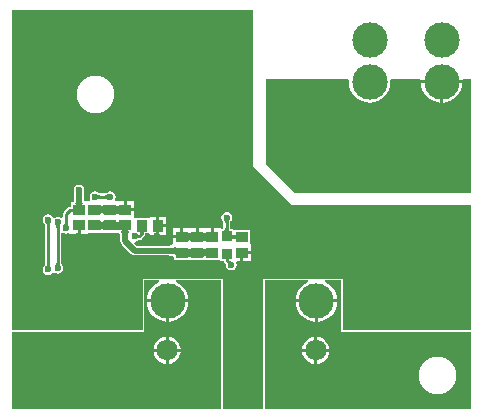
<source format=gbl>
G04*
G04 #@! TF.GenerationSoftware,Altium Limited,Altium Designer,19.1.7 (138)*
G04*
G04 Layer_Physical_Order=2*
G04 Layer_Color=16711680*
%FSLAX25Y25*%
%MOIN*%
G70*
G01*
G75*
%ADD13C,0.01000*%
%ADD17R,0.03543X0.03937*%
%ADD20R,0.03937X0.03543*%
%ADD21R,0.03347X0.03347*%
%ADD61C,0.02000*%
%ADD67C,0.07087*%
%ADD68C,0.11811*%
%ADD69C,0.02362*%
G36*
X113257Y111024D02*
X113593Y110653D01*
X113545Y110169D01*
X113679Y108816D01*
X114074Y107514D01*
X114715Y106314D01*
X115578Y105263D01*
X116629Y104400D01*
X117829Y103759D01*
X119131Y103364D01*
X120484Y103230D01*
X121838Y103364D01*
X123140Y103759D01*
X124339Y104400D01*
X125391Y105263D01*
X126254Y106314D01*
X126895Y107514D01*
X127290Y108816D01*
X127423Y110169D01*
X127375Y110653D01*
X127711Y111024D01*
X137273D01*
X137594Y110669D01*
X144500D01*
Y110169D01*
D01*
Y110669D01*
X151406D01*
X151727Y111024D01*
X154414D01*
Y73524D01*
X154060Y73171D01*
X95279Y73225D01*
X85803Y82701D01*
X85803Y111024D01*
X113257D01*
D02*
G37*
G36*
X111047Y26772D02*
X111600Y26772D01*
Y26772D01*
X154414D01*
Y1122D01*
X85600D01*
X85600Y43969D01*
X99839Y43969D01*
X99964Y43469D01*
X98913Y42907D01*
X97861Y42044D01*
X96998Y40993D01*
X96357Y39793D01*
X95962Y38491D01*
X95878Y37638D01*
X102768D01*
X109657D01*
X109573Y38491D01*
X109178Y39793D01*
X108537Y40993D01*
X107674Y42044D01*
X106623Y42907D01*
X105571Y43469D01*
X105697Y43969D01*
X111047D01*
X111047Y26772D01*
D02*
G37*
G36*
X81496Y82284D02*
X94599Y69180D01*
X154414Y69169D01*
Y27362D01*
X111600D01*
X111600Y44112D01*
X111600Y44587D01*
X111539Y44587D01*
X111047Y44587D01*
X111039Y44587D01*
X85000Y44587D01*
Y44569D01*
X85000D01*
X85000Y43973D01*
X85000Y43469D01*
X85000Y1122D01*
X71516D01*
Y43969D01*
X71500Y44007D01*
Y44569D01*
X71500D01*
Y44587D01*
X70944D01*
X70866Y44619D01*
X56090Y44619D01*
X56013Y44587D01*
X50310D01*
X50232Y44619D01*
X45453D01*
X45375Y44587D01*
X44961Y44587D01*
X44900Y44587D01*
X44900Y44203D01*
X44803Y43969D01*
X44803Y27421D01*
X1122D01*
Y134048D01*
X81496D01*
X81496Y82284D01*
D02*
G37*
G36*
X50232Y43969D02*
X50358Y43469D01*
X49306Y42907D01*
X48255Y42044D01*
X47392Y40993D01*
X46751Y39793D01*
X46356Y38491D01*
X46272Y37638D01*
X53162D01*
X60051D01*
X59967Y38491D01*
X59572Y39793D01*
X58931Y40993D01*
X58068Y42044D01*
X57016Y42907D01*
X55965Y43469D01*
X56090Y43969D01*
X70866Y43969D01*
Y1122D01*
X1122D01*
Y26772D01*
X44900D01*
Y26772D01*
X45453Y26772D01*
X45453Y43969D01*
X50232D01*
D02*
G37*
%LPC*%
G36*
X151390Y109669D02*
X145000D01*
Y103280D01*
X145854Y103364D01*
X147155Y103759D01*
X148355Y104400D01*
X149407Y105263D01*
X150269Y106314D01*
X150911Y107514D01*
X151306Y108816D01*
X151390Y109669D01*
D02*
G37*
G36*
X144000D02*
X137610D01*
X137694Y108816D01*
X138089Y107514D01*
X138731Y106314D01*
X139593Y105263D01*
X140645Y104400D01*
X141845Y103759D01*
X143146Y103364D01*
X144000Y103280D01*
Y109669D01*
D02*
G37*
G36*
X109657Y36638D02*
X103268D01*
Y30248D01*
X104121Y30332D01*
X105423Y30727D01*
X106623Y31368D01*
X107674Y32231D01*
X108537Y33283D01*
X109178Y34482D01*
X109573Y35784D01*
X109657Y36638D01*
D02*
G37*
G36*
X102268D02*
X95878D01*
X95962Y35784D01*
X96357Y34482D01*
X96998Y33283D01*
X97861Y32231D01*
X98913Y31368D01*
X100112Y30727D01*
X101414Y30332D01*
X102268Y30248D01*
Y36638D01*
D02*
G37*
G36*
X103000Y25186D02*
Y21169D01*
X107017D01*
X106926Y21855D01*
X106469Y22961D01*
X105740Y23910D01*
X104791Y24638D01*
X103686Y25096D01*
X103000Y25186D01*
D02*
G37*
G36*
X102000D02*
X101314Y25096D01*
X100209Y24638D01*
X99260Y23910D01*
X98531Y22961D01*
X98074Y21855D01*
X97983Y21169D01*
X102000D01*
Y25186D01*
D02*
G37*
G36*
X107017Y20169D02*
X103000D01*
Y16153D01*
X103686Y16243D01*
X104791Y16701D01*
X105740Y17429D01*
X106469Y18378D01*
X106926Y19483D01*
X107017Y20169D01*
D02*
G37*
G36*
X102000D02*
X97983D01*
X98074Y19483D01*
X98531Y18378D01*
X99260Y17429D01*
X100209Y16701D01*
X101314Y16243D01*
X102000Y16153D01*
Y20169D01*
D02*
G37*
G36*
X143122Y18581D02*
X141903Y18461D01*
X140732Y18106D01*
X139652Y17528D01*
X138705Y16752D01*
X137928Y15805D01*
X137351Y14725D01*
X136995Y13553D01*
X136875Y12335D01*
X136995Y11116D01*
X137351Y9944D01*
X137928Y8864D01*
X138705Y7918D01*
X139652Y7141D01*
X140732Y6564D01*
X141903Y6208D01*
X143122Y6088D01*
X144341Y6208D01*
X145512Y6564D01*
X146592Y7141D01*
X147539Y7918D01*
X148316Y8864D01*
X148893Y9944D01*
X149249Y11116D01*
X149369Y12335D01*
X149249Y13553D01*
X148893Y14725D01*
X148316Y15805D01*
X147539Y16752D01*
X146592Y17528D01*
X145512Y18106D01*
X144341Y18461D01*
X143122Y18581D01*
D02*
G37*
G36*
X29146Y112282D02*
X27927Y112162D01*
X26755Y111807D01*
X25675Y111229D01*
X24729Y110452D01*
X23952Y109506D01*
X23374Y108426D01*
X23019Y107254D01*
X22899Y106035D01*
X23019Y104817D01*
X23374Y103645D01*
X23952Y102565D01*
X24729Y101618D01*
X25675Y100842D01*
X26755Y100264D01*
X27927Y99909D01*
X29146Y99789D01*
X30364Y99909D01*
X31536Y100264D01*
X32616Y100842D01*
X33563Y101618D01*
X34339Y102565D01*
X34917Y103645D01*
X35272Y104817D01*
X35392Y106035D01*
X35272Y107254D01*
X34917Y108426D01*
X34339Y109506D01*
X33563Y110452D01*
X32616Y111229D01*
X31536Y111807D01*
X30364Y112162D01*
X29146Y112282D01*
D02*
G37*
G36*
X23622Y75832D02*
X22927Y75694D01*
X22338Y75300D01*
X21944Y74711D01*
X21806Y74016D01*
X21944Y73321D01*
X21991Y73251D01*
Y71434D01*
X21973Y71394D01*
X21964Y71033D01*
X21939Y70736D01*
X21899Y70490D01*
X21850Y70298D01*
X21797Y70162D01*
X21749Y70081D01*
X21719Y70047D01*
X21707Y70038D01*
X21697Y70035D01*
X21595Y70023D01*
X21533Y69990D01*
X21054D01*
Y69468D01*
X21016Y69378D01*
X21031Y69343D01*
X21020Y69307D01*
X21054Y69246D01*
Y68506D01*
X21045Y68503D01*
X20949Y68488D01*
X20821Y68476D01*
X20649Y68472D01*
X20586Y68444D01*
X20472D01*
X20472Y68444D01*
X20043Y68359D01*
X19679Y68116D01*
X19679Y68116D01*
X18498Y66935D01*
X18255Y66571D01*
X18170Y66142D01*
X18170Y66142D01*
Y64980D01*
X17670Y64773D01*
X17230Y65066D01*
X16535Y65204D01*
X15841Y65066D01*
X15570Y64885D01*
X15089Y64869D01*
X14955Y65030D01*
X14670Y65457D01*
X14081Y65851D01*
X13386Y65989D01*
X12691Y65851D01*
X12102Y65457D01*
X11708Y64868D01*
X11570Y64173D01*
X11708Y63478D01*
X12058Y62954D01*
X12083Y62888D01*
X12124Y62844D01*
X12141Y62821D01*
X12158Y62793D01*
X12175Y62760D01*
X12191Y62721D01*
X12205Y62673D01*
X12218Y62617D01*
X12228Y62552D01*
X12234Y62478D01*
X12237Y62377D01*
X12264Y62315D01*
Y49496D01*
X12237Y49434D01*
X12234Y49333D01*
X12228Y49259D01*
X12218Y49193D01*
X12205Y49137D01*
X12191Y49090D01*
X12175Y49050D01*
X12158Y49018D01*
X12141Y48990D01*
X12123Y48967D01*
X12083Y48923D01*
X12058Y48857D01*
X11708Y48333D01*
X11570Y47638D01*
X11708Y46943D01*
X12102Y46354D01*
X12691Y45960D01*
X13386Y45822D01*
X14081Y45960D01*
X14670Y46354D01*
X14792Y46536D01*
X15251Y46747D01*
X15841Y46354D01*
X16535Y46215D01*
X17230Y46354D01*
X17819Y46747D01*
X18213Y47337D01*
X18351Y48031D01*
X18213Y48726D01*
X17863Y49251D01*
X17839Y49316D01*
X17798Y49360D01*
X17780Y49384D01*
X17763Y49411D01*
X17746Y49444D01*
X17731Y49484D01*
X17716Y49531D01*
X17704Y49587D01*
X17694Y49652D01*
X17687Y49727D01*
X17685Y49828D01*
X17657Y49890D01*
Y59826D01*
X18157Y60033D01*
X18596Y59740D01*
X19291Y59601D01*
X19986Y59740D01*
X20154Y59851D01*
X20654Y59584D01*
Y59531D01*
X23122D01*
Y62303D01*
X24122D01*
Y59531D01*
X26591D01*
Y59931D01*
X30554D01*
X30608Y59900D01*
X30653Y59912D01*
X30697Y59894D01*
X30787Y59931D01*
X31290D01*
Y59931D01*
X31811D01*
X31902Y59894D01*
X31945Y59912D01*
X31991Y59900D01*
X32044Y59931D01*
X35672D01*
X35726Y59900D01*
X35771Y59912D01*
X35815Y59894D01*
X35905Y59931D01*
X36427D01*
Y59931D01*
X36930D01*
X37020Y59894D01*
X37260Y59491D01*
X37289Y59307D01*
X37160Y58661D01*
X37299Y57967D01*
X37345Y57897D01*
Y57087D01*
X37469Y56462D01*
X37823Y55933D01*
X40973Y52784D01*
X41502Y52430D01*
X42126Y52306D01*
X42126Y52306D01*
X53566D01*
X53636Y52259D01*
X54331Y52121D01*
X54822Y52219D01*
X55305Y51912D01*
Y50876D01*
X59688D01*
X59741Y50845D01*
X59787Y50857D01*
X59830Y50839D01*
X59921Y50876D01*
X60424D01*
Y50876D01*
X60945D01*
X61036Y50839D01*
X61079Y50857D01*
X61125Y50845D01*
X61178Y50876D01*
X64806D01*
X64859Y50845D01*
X64905Y50857D01*
X64949Y50839D01*
X65039Y50876D01*
X66063D01*
X66154Y50839D01*
X66197Y50857D01*
X66243Y50845D01*
X66296Y50876D01*
X70561D01*
Y50581D01*
X71754D01*
X71798Y50358D01*
X72042Y49994D01*
X72326Y49710D01*
X72350Y49647D01*
X72420Y49573D01*
X72468Y49516D01*
X72507Y49463D01*
X72538Y49415D01*
X72561Y49371D01*
X72578Y49332D01*
X72589Y49297D01*
X72597Y49265D01*
X72601Y49236D01*
X72603Y49176D01*
X72632Y49112D01*
X72755Y48494D01*
X73149Y47905D01*
X73738Y47511D01*
X74433Y47373D01*
X75128Y47511D01*
X75717Y47905D01*
X76111Y48494D01*
X76249Y49189D01*
X76111Y49884D01*
X76049Y49976D01*
X76316Y50476D01*
X77453D01*
Y53248D01*
X77953D01*
Y53748D01*
X80921D01*
Y55950D01*
X80921Y55950D01*
Y56020D01*
X80521Y56261D01*
X80521Y56520D01*
Y60935D01*
X75384D01*
X75108Y61230D01*
Y61230D01*
X74018D01*
X74015Y61238D01*
X74000Y61335D01*
X73988Y61462D01*
X73984Y61635D01*
X73956Y61697D01*
Y63102D01*
X73984Y63164D01*
X73987Y63265D01*
X73993Y63340D01*
X74003Y63405D01*
X74015Y63461D01*
X74030Y63508D01*
X74045Y63548D01*
X74062Y63581D01*
X74079Y63608D01*
X74097Y63632D01*
X74138Y63676D01*
X74162Y63741D01*
X74512Y64266D01*
X74651Y64961D01*
X74512Y65656D01*
X74119Y66245D01*
X73530Y66638D01*
X72835Y66777D01*
X72140Y66638D01*
X71551Y66245D01*
X71157Y65656D01*
X71019Y64961D01*
X71157Y64266D01*
X71507Y63741D01*
X71531Y63676D01*
X71572Y63632D01*
X71590Y63608D01*
X71607Y63581D01*
X71624Y63548D01*
X71640Y63508D01*
X71654Y63461D01*
X71666Y63405D01*
X71676Y63340D01*
X71683Y63265D01*
X71685Y63164D01*
X71713Y63102D01*
Y61697D01*
X71685Y61635D01*
X71681Y61462D01*
X71670Y61335D01*
X71654Y61238D01*
X71652Y61230D01*
X71079D01*
Y61335D01*
X68610D01*
Y58563D01*
X67610D01*
Y61335D01*
X63492D01*
Y58563D01*
X62492D01*
Y61335D01*
X60843D01*
Y61335D01*
X58374D01*
Y58563D01*
X57874D01*
Y58063D01*
X54905D01*
Y56148D01*
X54430Y55733D01*
X54331Y55753D01*
X53636Y55615D01*
X53566Y55568D01*
X42802D01*
X42012Y56358D01*
X42068Y56596D01*
X42214Y56863D01*
X42821Y56984D01*
X43410Y57377D01*
X43519Y57540D01*
X43701D01*
X43701Y57540D01*
X44130Y57625D01*
X44494Y57868D01*
X45380Y58754D01*
X45380Y58754D01*
X45623Y59118D01*
X45679Y59402D01*
X45736Y59527D01*
X45739Y59636D01*
X46889Y59636D01*
X47130Y59236D01*
X47200Y59236D01*
X47200Y59236D01*
X49402D01*
Y62205D01*
Y65173D01*
X47200D01*
X47200Y65173D01*
X47130D01*
X46889Y64773D01*
X46630Y64773D01*
X42605D01*
X42454Y64773D01*
X42374Y64780D01*
X42191Y64808D01*
X41959Y65142D01*
X41948Y65212D01*
X41945Y65279D01*
Y67118D01*
X38976D01*
Y67618D01*
X38476D01*
Y70390D01*
X36008D01*
X35645Y70722D01*
X35555Y70890D01*
X35733Y71155D01*
X35871Y71850D01*
X35733Y72545D01*
X35339Y73134D01*
X34750Y73528D01*
X34055Y73666D01*
X33360Y73528D01*
X32836Y73178D01*
X32770Y73154D01*
X32726Y73113D01*
X32703Y73095D01*
X32675Y73078D01*
X32642Y73061D01*
X32603Y73045D01*
X32555Y73031D01*
X32500Y73019D01*
X32434Y73009D01*
X32360Y73002D01*
X32259Y73000D01*
X32197Y72972D01*
X30795D01*
X30733Y73000D01*
X30632Y73002D01*
X30558Y73009D01*
X30493Y73019D01*
X30437Y73031D01*
X30389Y73045D01*
X30350Y73061D01*
X30317Y73078D01*
X30290Y73095D01*
X30266Y73113D01*
X30222Y73154D01*
X30156Y73178D01*
X29632Y73528D01*
X28937Y73666D01*
X28242Y73528D01*
X27653Y73134D01*
X27259Y72545D01*
X27121Y71850D01*
X27259Y71155D01*
X27437Y70890D01*
X27169Y70390D01*
X25772D01*
Y70390D01*
X25336Y70545D01*
X25305Y70736D01*
X25280Y71033D01*
X25271Y71394D01*
X25253Y71434D01*
Y73251D01*
X25300Y73321D01*
X25438Y74016D01*
X25300Y74711D01*
X24906Y75300D01*
X24317Y75694D01*
X23622Y75832D01*
D02*
G37*
G36*
X39476Y70390D02*
Y68118D01*
X41945D01*
Y70390D01*
X39476D01*
D02*
G37*
G36*
X52673Y65173D02*
X50402D01*
Y62705D01*
X52673D01*
Y65173D01*
D02*
G37*
G36*
Y61705D02*
X50402D01*
Y59236D01*
X52673D01*
Y61705D01*
D02*
G37*
G36*
X57374Y61335D02*
X54905D01*
Y59063D01*
X57374D01*
Y61335D01*
D02*
G37*
G36*
X80921Y52748D02*
X78453D01*
Y50476D01*
X80921D01*
Y52748D01*
D02*
G37*
%LPD*%
G36*
X33212Y71024D02*
X33145Y71086D01*
X33072Y71141D01*
X32993Y71190D01*
X32908Y71233D01*
X32818Y71269D01*
X32721Y71298D01*
X32619Y71321D01*
X32511Y71337D01*
X32396Y71347D01*
X32276Y71350D01*
Y72350D01*
X32396Y72354D01*
X32511Y72364D01*
X32619Y72380D01*
X32721Y72403D01*
X32818Y72432D01*
X32908Y72468D01*
X32993Y72510D01*
X33072Y72559D01*
X33145Y72615D01*
X33212Y72677D01*
Y71024D01*
D02*
G37*
G36*
X29847Y72615D02*
X29920Y72559D01*
X29999Y72510D01*
X30084Y72468D01*
X30174Y72432D01*
X30271Y72403D01*
X30373Y72380D01*
X30481Y72364D01*
X30596Y72354D01*
X30716Y72350D01*
Y71350D01*
X30596Y71347D01*
X30481Y71337D01*
X30373Y71321D01*
X30271Y71298D01*
X30174Y71269D01*
X30084Y71233D01*
X29999Y71190D01*
X29920Y71141D01*
X29847Y71086D01*
X29781Y71024D01*
Y72677D01*
X29847Y72615D01*
D02*
G37*
G36*
X24632Y70998D02*
X24660Y70658D01*
X24708Y70358D01*
X24775Y70098D01*
X24861Y69878D01*
X24966Y69698D01*
X25091Y69558D01*
X25234Y69458D01*
X25397Y69398D01*
X25579Y69378D01*
X21666D01*
X21847Y69398D01*
X22010Y69458D01*
X22153Y69558D01*
X22278Y69698D01*
X22383Y69878D01*
X22469Y70098D01*
X22536Y70358D01*
X22584Y70658D01*
X22613Y70998D01*
X22622Y71378D01*
X24622D01*
X24632Y70998D01*
D02*
G37*
G36*
X37020Y68658D02*
X37095Y68648D01*
X37435Y68626D01*
X37815Y68618D01*
Y66618D01*
X37435Y66610D01*
X37020Y66571D01*
Y65859D01*
X37000Y66003D01*
X36940Y66132D01*
X36840Y66246D01*
X36700Y66345D01*
X36520Y66428D01*
X36417Y66460D01*
X36315Y66428D01*
X36135Y66345D01*
X35995Y66246D01*
X35895Y66132D01*
X35835Y66003D01*
X35815Y65859D01*
Y66578D01*
X35740Y66588D01*
X35400Y66610D01*
X35020Y66618D01*
Y68618D01*
X35400Y68626D01*
X35815Y68665D01*
Y69378D01*
X35835Y69233D01*
X35895Y69104D01*
X35995Y68990D01*
X36135Y68892D01*
X36315Y68808D01*
X36417Y68776D01*
X36520Y68808D01*
X36700Y68892D01*
X36840Y68990D01*
X36940Y69104D01*
X37000Y69233D01*
X37020Y69378D01*
Y68658D01*
D02*
G37*
G36*
X21678Y66323D02*
X21667Y66418D01*
X21637Y66503D01*
X21587Y66578D01*
X21516Y66643D01*
X21425Y66698D01*
X21313Y66743D01*
X21182Y66778D01*
X21030Y66803D01*
X20858Y66818D01*
X20665Y66823D01*
Y67823D01*
X20858Y67828D01*
X21030Y67843D01*
X21182Y67868D01*
X21313Y67903D01*
X21425Y67948D01*
X21516Y68003D01*
X21587Y68068D01*
X21637Y68143D01*
X21667Y68228D01*
X21678Y68323D01*
Y66323D01*
D02*
G37*
G36*
X30717Y69233D02*
X30777Y69104D01*
X30877Y68990D01*
X31017Y68892D01*
X31197Y68808D01*
X31299Y68776D01*
X31402Y68808D01*
X31582Y68892D01*
X31722Y68990D01*
X31822Y69104D01*
X31882Y69233D01*
X31902Y69378D01*
Y68658D01*
X31977Y68648D01*
X32317Y68626D01*
X32697Y68618D01*
Y66618D01*
X32317Y66610D01*
X31902Y66571D01*
Y65859D01*
X31882Y66003D01*
X31822Y66132D01*
X31722Y66246D01*
X31582Y66345D01*
X31402Y66428D01*
X31299Y66460D01*
X31197Y66428D01*
X31017Y66345D01*
X30877Y66246D01*
X30777Y66132D01*
X30717Y66003D01*
X30697Y65859D01*
Y66578D01*
X30622Y66588D01*
X30282Y66610D01*
X29902Y66618D01*
Y68618D01*
X30282Y68626D01*
X30697Y68665D01*
Y69378D01*
X30717Y69233D01*
D02*
G37*
G36*
X37020Y63343D02*
X37095Y63333D01*
X37435Y63311D01*
X37815Y63303D01*
Y61303D01*
X37435Y61296D01*
X37020Y61256D01*
Y60544D01*
X37000Y60688D01*
X36940Y60817D01*
X36840Y60931D01*
X36700Y61030D01*
X36520Y61113D01*
X36417Y61145D01*
X36315Y61113D01*
X36135Y61030D01*
X35995Y60931D01*
X35895Y60817D01*
X35835Y60688D01*
X35815Y60544D01*
Y61263D01*
X35740Y61273D01*
X35400Y61296D01*
X35020Y61303D01*
Y63303D01*
X35400Y63311D01*
X35815Y63350D01*
Y64063D01*
X35835Y63919D01*
X35895Y63789D01*
X35995Y63675D01*
X36135Y63577D01*
X36315Y63493D01*
X36417Y63461D01*
X36520Y63493D01*
X36700Y63577D01*
X36840Y63675D01*
X36940Y63789D01*
X37000Y63919D01*
X37020Y64063D01*
Y63343D01*
D02*
G37*
G36*
X73599Y64050D02*
X73544Y63977D01*
X73495Y63898D01*
X73452Y63814D01*
X73416Y63723D01*
X73387Y63627D01*
X73364Y63524D01*
X73348Y63416D01*
X73338Y63302D01*
X73335Y63182D01*
X72335D01*
X72331Y63302D01*
X72322Y63416D01*
X72305Y63524D01*
X72282Y63627D01*
X72253Y63723D01*
X72217Y63814D01*
X72175Y63898D01*
X72126Y63977D01*
X72070Y64050D01*
X72008Y64117D01*
X73661D01*
X73599Y64050D01*
D02*
G37*
G36*
X14151Y63263D02*
X14095Y63190D01*
X14046Y63111D01*
X14004Y63026D01*
X13968Y62936D01*
X13938Y62839D01*
X13915Y62737D01*
X13899Y62629D01*
X13889Y62514D01*
X13886Y62394D01*
X12886Y62394D01*
X12883Y62514D01*
X12873Y62629D01*
X12856Y62737D01*
X12833Y62839D01*
X12804Y62936D01*
X12768Y63026D01*
X12726Y63111D01*
X12677Y63190D01*
X12621Y63263D01*
X12559Y63330D01*
X14213Y63330D01*
X14151Y63263D01*
D02*
G37*
G36*
X19795Y63076D02*
X19804Y62962D01*
X19821Y62854D01*
X19844Y62751D01*
X19873Y62655D01*
X19909Y62564D01*
X19951Y62480D01*
X20000Y62401D01*
X20056Y62328D01*
X20118Y62261D01*
X18465D01*
X18527Y62328D01*
X18582Y62401D01*
X18631Y62480D01*
X18674Y62564D01*
X18710Y62655D01*
X18739Y62751D01*
X18762Y62854D01*
X18778Y62962D01*
X18788Y63076D01*
X18791Y63196D01*
X19791D01*
X19795Y63076D01*
D02*
G37*
G36*
X17300Y62478D02*
X17245Y62405D01*
X17196Y62326D01*
X17153Y62242D01*
X17117Y62151D01*
X17088Y62055D01*
X17065Y61952D01*
X17049Y61844D01*
X17039Y61730D01*
X17035Y61610D01*
X16035D01*
X16032Y61730D01*
X16022Y61844D01*
X16006Y61952D01*
X15983Y62055D01*
X15954Y62151D01*
X15918Y62242D01*
X15875Y62326D01*
X15826Y62405D01*
X15771Y62478D01*
X15709Y62545D01*
X17362D01*
X17300Y62478D01*
D02*
G37*
G36*
X73340Y61426D02*
X73355Y61254D01*
X73380Y61102D01*
X73415Y60970D01*
X73460Y60859D01*
X73515Y60768D01*
X73580Y60697D01*
X73655Y60646D01*
X73740Y60616D01*
X73835Y60606D01*
X71835D01*
X71930Y60616D01*
X72015Y60646D01*
X72090Y60697D01*
X72155Y60768D01*
X72210Y60859D01*
X72255Y60970D01*
X72290Y61102D01*
X72315Y61254D01*
X72330Y61426D01*
X72335Y61618D01*
X73335D01*
X73340Y61426D01*
D02*
G37*
G36*
X30717Y63919D02*
X30777Y63789D01*
X30877Y63675D01*
X31017Y63577D01*
X31197Y63493D01*
X31299Y63461D01*
X31402Y63493D01*
X31582Y63577D01*
X31722Y63675D01*
X31822Y63789D01*
X31882Y63919D01*
X31902Y64063D01*
Y63343D01*
X31977Y63333D01*
X32317Y63311D01*
X32697Y63303D01*
Y61303D01*
X32317Y61295D01*
X31902Y61256D01*
Y60544D01*
X31882Y60688D01*
X31822Y60817D01*
X31722Y60931D01*
X31582Y61030D01*
X31402Y61113D01*
X31299Y61145D01*
X31197Y61113D01*
X31017Y61030D01*
X30877Y60931D01*
X30777Y60817D01*
X30717Y60688D01*
X30697Y60544D01*
Y61263D01*
X30622Y61273D01*
X30282Y61295D01*
X29902Y61303D01*
Y63303D01*
X30282Y63311D01*
X30697Y63350D01*
Y64063D01*
X30717Y63919D01*
D02*
G37*
G36*
X66154Y59603D02*
X66229Y59593D01*
X66569Y59571D01*
X66949Y59563D01*
Y57563D01*
X66569Y57555D01*
X66154Y57516D01*
Y56803D01*
X66134Y56948D01*
X66074Y57077D01*
X65974Y57191D01*
X65834Y57289D01*
X65654Y57373D01*
X65551Y57405D01*
X65449Y57373D01*
X65269Y57289D01*
X65129Y57191D01*
X65029Y57077D01*
X64969Y56948D01*
X64949Y56803D01*
Y57523D01*
X64874Y57533D01*
X64534Y57555D01*
X64154Y57563D01*
Y59563D01*
X64534Y59571D01*
X64949Y59610D01*
Y60323D01*
X64969Y60178D01*
X65029Y60049D01*
X65129Y59935D01*
X65269Y59837D01*
X65449Y59753D01*
X65551Y59721D01*
X65654Y59753D01*
X65834Y59837D01*
X65974Y59935D01*
X66074Y60049D01*
X66134Y60178D01*
X66154Y60323D01*
Y59603D01*
D02*
G37*
G36*
X45249Y60253D02*
X45215Y60232D01*
X45185Y60196D01*
X45159Y60146D01*
X45137Y60082D01*
X45119Y60004D01*
X45105Y59911D01*
X45095Y59804D01*
X45087Y59547D01*
X44087D01*
X44085Y59683D01*
X44069Y59911D01*
X44054Y60004D01*
X44036Y60082D01*
X44014Y60146D01*
X43988Y60196D01*
X43958Y60232D01*
X43924Y60253D01*
X43886Y60260D01*
X45288D01*
X45249Y60253D01*
D02*
G37*
G36*
X76008Y57563D02*
X75998Y57658D01*
X75968Y57743D01*
X75917Y57818D01*
X75846Y57883D01*
X75755Y57938D01*
X75644Y57983D01*
X75512Y58018D01*
X75361Y58043D01*
X75246Y58053D01*
X75132Y58043D01*
X74980Y58018D01*
X74848Y57983D01*
X74737Y57938D01*
X74646Y57883D01*
X74575Y57818D01*
X74524Y57743D01*
X74494Y57658D01*
X74484Y57563D01*
Y59563D01*
X74494Y59468D01*
X74524Y59383D01*
X74575Y59308D01*
X74646Y59243D01*
X74737Y59188D01*
X74848Y59143D01*
X74980Y59108D01*
X75132Y59083D01*
X75246Y59073D01*
X75361Y59083D01*
X75512Y59108D01*
X75644Y59143D01*
X75755Y59188D01*
X75846Y59243D01*
X75917Y59308D01*
X75968Y59383D01*
X75998Y59468D01*
X76008Y59563D01*
Y57563D01*
D02*
G37*
G36*
X40691Y60525D02*
X40541Y60468D01*
X40409Y60374D01*
X40294Y60242D01*
X40197Y60073D01*
X40117Y59866D01*
X40056Y59621D01*
X40012Y59339D01*
X39985Y59019D01*
X39976Y58661D01*
X37976D01*
X37968Y59019D01*
X37941Y59339D01*
X37897Y59621D01*
X37835Y59866D01*
X37756Y60073D01*
X37659Y60242D01*
X37544Y60374D01*
X37412Y60468D01*
X37262Y60525D01*
X37094Y60544D01*
X40859D01*
X40691Y60525D01*
D02*
G37*
G36*
X59851Y60178D02*
X59911Y60049D01*
X60010Y59935D01*
X60150Y59837D01*
X60330Y59753D01*
X60433Y59721D01*
X60536Y59753D01*
X60716Y59837D01*
X60856Y59935D01*
X60956Y60049D01*
X61016Y60178D01*
X61036Y60323D01*
Y59603D01*
X61111Y59593D01*
X61450Y59571D01*
X61831Y59563D01*
Y57563D01*
X61450Y57555D01*
X61036Y57516D01*
Y56803D01*
X61016Y56948D01*
X60956Y57077D01*
X60856Y57191D01*
X60716Y57289D01*
X60536Y57373D01*
X60433Y57405D01*
X60330Y57373D01*
X60150Y57289D01*
X60010Y57191D01*
X59911Y57077D01*
X59851Y56948D01*
X59830Y56803D01*
Y57523D01*
X59756Y57533D01*
X59416Y57555D01*
X59036Y57563D01*
Y59563D01*
X59416Y59571D01*
X59830Y59610D01*
Y60323D01*
X59851Y60178D01*
D02*
G37*
G36*
X66154Y54288D02*
X66229Y54278D01*
X66569Y54256D01*
X66949Y54248D01*
Y52248D01*
X66569Y52240D01*
X66154Y52201D01*
Y51488D01*
X66134Y51633D01*
X66074Y51762D01*
X65974Y51876D01*
X65834Y51974D01*
X65654Y52058D01*
X65551Y52090D01*
X65449Y52058D01*
X65269Y51974D01*
X65129Y51876D01*
X65029Y51762D01*
X64969Y51633D01*
X64949Y51488D01*
Y52208D01*
X64874Y52218D01*
X64534Y52240D01*
X64154Y52248D01*
Y54248D01*
X64534Y54256D01*
X64949Y54295D01*
Y55008D01*
X64969Y54863D01*
X65029Y54734D01*
X65129Y54620D01*
X65269Y54522D01*
X65449Y54438D01*
X65551Y54406D01*
X65654Y54438D01*
X65834Y54522D01*
X65974Y54620D01*
X66074Y54734D01*
X66134Y54863D01*
X66154Y55008D01*
Y54288D01*
D02*
G37*
G36*
X55929Y52350D02*
X55913Y52462D01*
X55865Y52561D01*
X55784Y52649D01*
X55672Y52726D01*
X55528Y52790D01*
X55353Y52843D01*
X55145Y52884D01*
X54905Y52913D01*
X54634Y52931D01*
X54331Y52937D01*
Y54937D01*
X55918Y55008D01*
X55929Y52350D01*
D02*
G37*
G36*
X59851Y54863D02*
X59911Y54734D01*
X60010Y54620D01*
X60150Y54522D01*
X60330Y54438D01*
X60433Y54406D01*
X60536Y54438D01*
X60716Y54522D01*
X60856Y54620D01*
X60956Y54734D01*
X61016Y54863D01*
X61036Y55008D01*
Y54288D01*
X61111Y54278D01*
X61450Y54256D01*
X61831Y54248D01*
Y52248D01*
X61450Y52240D01*
X61036Y52201D01*
Y51488D01*
X61016Y51633D01*
X60956Y51762D01*
X60856Y51876D01*
X60716Y51974D01*
X60536Y52058D01*
X60433Y52090D01*
X60330Y52058D01*
X60150Y51974D01*
X60010Y51876D01*
X59911Y51762D01*
X59851Y51633D01*
X59830Y51488D01*
Y52208D01*
X59756Y52218D01*
X59416Y52240D01*
X59036Y52248D01*
Y54248D01*
X59416Y54256D01*
X59830Y54295D01*
Y55008D01*
X59851Y54863D01*
D02*
G37*
G36*
X73616Y50718D02*
X73704Y50644D01*
X73792Y50579D01*
X73880Y50523D01*
X73969Y50475D01*
X74059Y50437D01*
X74149Y50407D01*
X74239Y50386D01*
X74330Y50374D01*
X74421Y50370D01*
X73252Y49201D01*
X73248Y49292D01*
X73236Y49383D01*
X73215Y49473D01*
X73185Y49563D01*
X73147Y49653D01*
X73099Y49742D01*
X73043Y49830D01*
X72978Y49918D01*
X72904Y50006D01*
X72822Y50093D01*
X73529Y50800D01*
X73616Y50718D01*
D02*
G37*
G36*
X17035Y49810D02*
X17039Y49690D01*
X17049Y49576D01*
X17065Y49468D01*
X17088Y49365D01*
X17117Y49269D01*
X17153Y49178D01*
X17196Y49093D01*
X17245Y49015D01*
X17300Y48942D01*
X17362Y48875D01*
X15709Y48875D01*
X15771Y48942D01*
X15826Y49015D01*
X15875Y49094D01*
X15918Y49178D01*
X15954Y49269D01*
X15983Y49365D01*
X16006Y49468D01*
X16022Y49576D01*
X16032Y49690D01*
X16035Y49810D01*
X17035Y49810D01*
D02*
G37*
G36*
X13886Y49416D02*
X13889Y49296D01*
X13899Y49182D01*
X13915Y49074D01*
X13938Y48972D01*
X13968Y48875D01*
X14004Y48785D01*
X14046Y48700D01*
X14095Y48621D01*
X14151Y48548D01*
X14213Y48481D01*
X12559Y48481D01*
X12621Y48548D01*
X12677Y48621D01*
X12726Y48700D01*
X12768Y48785D01*
X12804Y48875D01*
X12833Y48972D01*
X12856Y49074D01*
X12873Y49182D01*
X12883Y49296D01*
X12886Y49416D01*
X13886Y49416D01*
D02*
G37*
%LPC*%
G36*
X60051Y36638D02*
X53662D01*
Y30248D01*
X54515Y30332D01*
X55817Y30727D01*
X57016Y31368D01*
X58068Y32231D01*
X58931Y33283D01*
X59572Y34482D01*
X59967Y35784D01*
X60051Y36638D01*
D02*
G37*
G36*
X52662D02*
X46272D01*
X46356Y35784D01*
X46751Y34482D01*
X47392Y33283D01*
X48255Y32231D01*
X49306Y31368D01*
X50506Y30727D01*
X51808Y30332D01*
X52662Y30248D01*
Y36638D01*
D02*
G37*
G36*
X53500Y25186D02*
Y21169D01*
X57517D01*
X57426Y21855D01*
X56969Y22961D01*
X56240Y23910D01*
X55291Y24638D01*
X54186Y25096D01*
X53500Y25186D01*
D02*
G37*
G36*
X52500D02*
X51814Y25096D01*
X50709Y24638D01*
X49760Y23910D01*
X49031Y22961D01*
X48574Y21855D01*
X48483Y21169D01*
X52500D01*
Y25186D01*
D02*
G37*
G36*
X57517Y20169D02*
X53500D01*
Y16153D01*
X54186Y16243D01*
X55291Y16701D01*
X56240Y17429D01*
X56969Y18378D01*
X57426Y19483D01*
X57517Y20169D01*
D02*
G37*
G36*
X52500D02*
X48483D01*
X48574Y19483D01*
X49031Y18378D01*
X49760Y17429D01*
X50709Y16701D01*
X51814Y16243D01*
X52500Y16153D01*
Y20169D01*
D02*
G37*
%LPD*%
D13*
X63307Y53405D02*
X63386Y53248D01*
X62992Y54035D02*
X63307Y53405D01*
X62997Y53205D02*
X63386Y53248D01*
X57776Y53937D02*
X58464Y53248D01*
X13386Y47638D02*
X13386Y47638D01*
Y64173D01*
X16535Y48031D02*
Y63388D01*
X19291Y61417D02*
Y66142D01*
X44587Y59547D02*
Y62205D01*
X43701Y58661D02*
X44587Y59547D01*
X42126Y58661D02*
X43701D01*
X68110Y58563D02*
X68110Y58563D01*
X19291Y66142D02*
X20472Y67323D01*
X13386Y64173D02*
X13386Y64173D01*
X13386Y64173D02*
X13386Y64173D01*
X20472Y67323D02*
X23327D01*
X23622Y67618D01*
X72835Y58957D02*
X73228Y58563D01*
X77953D01*
X72835Y50787D02*
Y53642D01*
Y59055D02*
Y64961D01*
Y50787D02*
X74433Y49189D01*
X28937Y71850D02*
X34055D01*
X28740Y62303D02*
X28740Y62303D01*
X33858D02*
X33858Y62303D01*
D17*
X44587Y62205D02*
D03*
X49902D02*
D03*
D20*
X77953Y58563D02*
D03*
Y53248D02*
D03*
X38976Y62303D02*
D03*
Y67618D02*
D03*
X57874Y53248D02*
D03*
Y58563D02*
D03*
X68110Y58563D02*
D03*
Y53248D02*
D03*
X62992Y58563D02*
D03*
Y53248D02*
D03*
X23622Y62303D02*
D03*
Y67618D02*
D03*
X28740Y62303D02*
D03*
Y67618D02*
D03*
X33858Y62303D02*
D03*
Y67618D02*
D03*
D21*
X72835Y52854D02*
D03*
Y58957D02*
D03*
D61*
X58464Y53248D02*
X62992D01*
X57874Y58563D02*
X68110D01*
X28740Y67618D02*
X38976D01*
X63386Y53248D02*
X68110D01*
X54331Y53937D02*
X57776D01*
X42126D02*
X54331D01*
X38976Y57087D02*
X42126Y53937D01*
X38976Y57087D02*
Y58661D01*
X28740Y62303D02*
X33858D01*
X23622Y67618D02*
Y74016D01*
X33858Y62303D02*
X38976D01*
Y58661D02*
Y62303D01*
D67*
X102500Y20669D02*
D03*
X53000D02*
D03*
D68*
X120484Y124146D02*
D03*
X144500D02*
D03*
Y110169D02*
D03*
X120484D02*
D03*
X53161Y37138D02*
D03*
X102768D02*
D03*
D69*
X16535Y48031D02*
D03*
X13386Y47638D02*
D03*
X19291Y61417D02*
D03*
X16535Y63388D02*
D03*
X23622Y58661D02*
D03*
X9055Y68898D02*
D03*
X13386Y64173D02*
D03*
X5118Y116142D02*
D03*
X8661Y112598D02*
D03*
Y119685D02*
D03*
X144000Y65669D02*
D03*
X139000Y55669D02*
D03*
X134000Y65669D02*
D03*
X129000Y55669D02*
D03*
X124000Y65669D02*
D03*
X119000Y55669D02*
D03*
X114000Y65669D02*
D03*
X104000D02*
D03*
X79000Y75669D02*
D03*
X74000Y85669D02*
D03*
X64000D02*
D03*
Y65669D02*
D03*
X54000Y85669D02*
D03*
X39000Y95669D02*
D03*
Y35669D02*
D03*
X34000Y125669D02*
D03*
X29000Y115669D02*
D03*
Y35669D02*
D03*
X24000Y125669D02*
D03*
X14000D02*
D03*
Y105669D02*
D03*
X9000Y95669D02*
D03*
X14000Y85669D02*
D03*
X5906Y61417D02*
D03*
X93307Y100394D02*
D03*
X149000Y95669D02*
D03*
Y75669D02*
D03*
X139000Y95669D02*
D03*
X144000Y85669D02*
D03*
X139000Y75669D02*
D03*
X134000Y105669D02*
D03*
X129000Y95669D02*
D03*
X134000Y85669D02*
D03*
X129000Y75669D02*
D03*
X119000Y95669D02*
D03*
X124000Y85669D02*
D03*
X119000Y75669D02*
D03*
X114000Y85669D02*
D03*
X109000Y75669D02*
D03*
X104000Y85669D02*
D03*
X94000D02*
D03*
X112992Y43307D02*
D03*
X49606Y58661D02*
D03*
X46457Y95276D02*
D03*
X12205Y116142D02*
D03*
X3937Y88976D02*
D03*
X38583Y48819D02*
D03*
X24803Y47638D02*
D03*
X58268Y95276D02*
D03*
X64173Y68898D02*
D03*
X87795Y54331D02*
D03*
X84646Y62992D02*
D03*
X82284Y16142D02*
D03*
X74410D02*
D03*
X72835Y64961D02*
D03*
X74433Y49189D02*
D03*
X54331Y53937D02*
D03*
X28937Y71850D02*
D03*
X34055D02*
D03*
X23622Y74016D02*
D03*
X37008Y120472D02*
D03*
X42126Y58661D02*
D03*
X38976D02*
D03*
X118000Y89669D02*
D03*
Y60169D02*
D03*
X103500D02*
D03*
X4000Y5669D02*
D03*
X14000D02*
D03*
X24000D02*
D03*
X34000D02*
D03*
X44000D02*
D03*
X54000D02*
D03*
X64000D02*
D03*
Y15669D02*
D03*
Y25669D02*
D03*
X4000Y20669D02*
D03*
X14000D02*
D03*
X24000D02*
D03*
X34000D02*
D03*
X44000D02*
D03*
X89000Y15669D02*
D03*
X119000Y20669D02*
D03*
X129000D02*
D03*
X139000D02*
D03*
X89000Y25669D02*
D03*
Y5669D02*
D03*
X99000D02*
D03*
X109000D02*
D03*
X119000D02*
D03*
X129000D02*
D03*
X139000D02*
D03*
X149000D02*
D03*
X133500Y30169D02*
D03*
X138606Y40551D02*
D03*
X135000Y46669D02*
D03*
M02*

</source>
